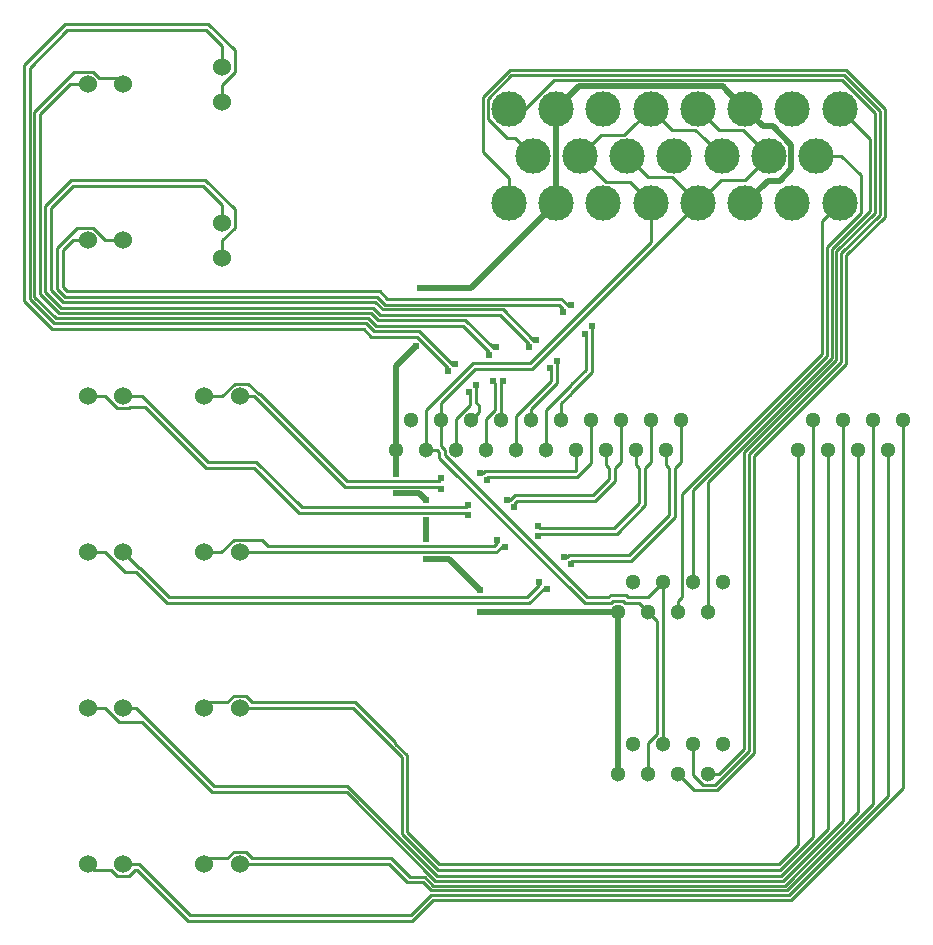
<source format=gbr>
G04 #@! TF.GenerationSoftware,KiCad,Pcbnew,5.1.4-e60b266~84~ubuntu18.04.1*
G04 #@! TF.CreationDate,2019-11-21T00:50:37-05:00*
G04 #@! TF.ProjectId,sensing_module_interface,73656e73-696e-4675-9f6d-6f64756c655f,rev?*
G04 #@! TF.SameCoordinates,Original*
G04 #@! TF.FileFunction,Copper,L1,Top*
G04 #@! TF.FilePolarity,Positive*
%FSLAX46Y46*%
G04 Gerber Fmt 4.6, Leading zero omitted, Abs format (unit mm)*
G04 Created by KiCad (PCBNEW 5.1.4-e60b266~84~ubuntu18.04.1) date 2019-11-21 00:50:37*
%MOMM*%
%LPD*%
G04 APERTURE LIST*
%ADD10C,1.524000*%
%ADD11C,1.300000*%
%ADD12C,3.000000*%
%ADD13C,0.609600*%
%ADD14C,0.508000*%
%ADD15C,0.254000*%
G04 APERTURE END LIST*
D10*
X95758000Y-131572000D03*
X92760800Y-131572000D03*
X104140000Y-67056000D03*
X104140000Y-64058800D03*
D11*
X142748000Y-110236000D03*
X140208000Y-110236000D03*
X137668000Y-110236000D03*
X145288000Y-110236000D03*
X138938000Y-107696000D03*
X141478000Y-107696000D03*
X144018000Y-107696000D03*
X146558000Y-107696000D03*
D12*
X156420000Y-67620000D03*
X132420000Y-67620000D03*
X136420000Y-67620000D03*
X140420000Y-67620000D03*
X144420000Y-67620000D03*
X148420000Y-67620000D03*
X152420000Y-67620000D03*
X134420000Y-71620000D03*
X138420000Y-71620000D03*
X146420000Y-71620000D03*
X142420000Y-71620000D03*
X150420000Y-71620000D03*
X154420000Y-71620000D03*
X156420000Y-75620000D03*
X152420000Y-75620000D03*
X148420000Y-75620000D03*
X140420000Y-75620000D03*
X144420000Y-75620000D03*
X136420000Y-75620000D03*
X132420000Y-75620000D03*
X128420000Y-67620000D03*
X130420000Y-71620000D03*
X128420000Y-75620000D03*
D10*
X92760800Y-65532000D03*
X95758000Y-65532000D03*
X104140000Y-77266800D03*
X104140000Y-80264000D03*
X95758000Y-78740000D03*
X92760800Y-78740000D03*
X102616000Y-91948000D03*
X105613200Y-91948000D03*
X92735400Y-91948000D03*
X95732600Y-91948000D03*
X105613200Y-105156000D03*
X102616000Y-105156000D03*
X95758000Y-105156000D03*
X92760800Y-105156000D03*
X105613200Y-118364000D03*
X102616000Y-118364000D03*
X95758000Y-118364000D03*
X92760800Y-118364000D03*
X105613200Y-131572000D03*
X102616000Y-131572000D03*
D11*
X146558000Y-121412000D03*
X144018000Y-121412000D03*
X141478000Y-121412000D03*
X138938000Y-121412000D03*
X145288000Y-123952000D03*
X137668000Y-123952000D03*
X140208000Y-123952000D03*
X142748000Y-123952000D03*
X123952000Y-96520000D03*
X121412000Y-96520000D03*
X118872000Y-96520000D03*
X126492000Y-96520000D03*
X120142000Y-93980000D03*
X122682000Y-93980000D03*
X125222000Y-93980000D03*
X127762000Y-93980000D03*
X129032000Y-96520000D03*
X130302000Y-93980000D03*
X131572000Y-96520000D03*
X132842000Y-93980000D03*
X134112000Y-96520000D03*
X135382000Y-93980000D03*
X136652000Y-96520000D03*
X137922000Y-93980000D03*
X139192000Y-96520000D03*
X140462000Y-93980000D03*
X141732000Y-96520000D03*
X143002000Y-93980000D03*
X157988000Y-96520000D03*
X155448000Y-96520000D03*
X152908000Y-96520000D03*
X160528000Y-96520000D03*
X154178000Y-93980000D03*
X156718000Y-93980000D03*
X159258000Y-93980000D03*
X161798000Y-93980000D03*
D13*
X120904000Y-82804000D03*
X120566717Y-87713283D03*
X118872000Y-98524868D03*
X118872000Y-100197268D03*
X121412000Y-100780314D03*
X121412000Y-102452714D03*
X121412000Y-104067800D03*
X121412000Y-105740200D03*
X125984000Y-108383800D03*
X125984000Y-110236000D03*
X123868717Y-89224887D03*
X125659113Y-91015283D03*
X123260887Y-89832717D03*
X125051283Y-91623113D03*
X126696085Y-88445915D03*
X127078200Y-90674000D03*
X127303915Y-87838085D03*
X127937800Y-90674000D03*
X130709880Y-87183342D03*
X132507269Y-88980731D03*
X130102050Y-87791172D03*
X131899439Y-89588561D03*
X133026696Y-84866526D03*
X134817092Y-86656922D03*
X133634526Y-84258696D03*
X135424922Y-86049092D03*
X122696040Y-99790868D03*
X126571165Y-99080665D03*
X122696040Y-98931268D03*
X125963335Y-98472835D03*
X124951486Y-101186714D03*
X128249335Y-100758835D03*
X124951486Y-102046314D03*
X128857165Y-101366665D03*
X127441571Y-104106599D03*
X130839250Y-102918950D03*
X128049401Y-104714429D03*
X130839250Y-103778550D03*
X131605401Y-108270429D03*
X133683165Y-106192665D03*
X130997571Y-107662599D03*
X133075335Y-105584835D03*
D14*
X132420000Y-75620000D02*
X125236000Y-82804000D01*
X125236000Y-82804000D02*
X120904000Y-82804000D01*
X118872000Y-89408000D02*
X118872000Y-96520000D01*
X120566717Y-87713283D02*
X118872000Y-89408000D01*
X118872000Y-96520000D02*
X118872000Y-98524868D01*
X118872000Y-100197268D02*
X120828954Y-100197268D01*
X120828954Y-100197268D02*
X121412000Y-100780314D01*
X121412000Y-102452714D02*
X121412000Y-104067800D01*
X121412000Y-105740200D02*
X123340400Y-105740200D01*
X123340400Y-105740200D02*
X125984000Y-108383800D01*
X125984000Y-110236000D02*
X137668000Y-110236000D01*
X137668000Y-110236000D02*
X137668000Y-123952000D01*
X132420000Y-75620000D02*
X132420000Y-67620000D01*
X146513599Y-65713599D02*
X146920001Y-66120001D01*
X146920001Y-66120001D02*
X148420000Y-67620000D01*
X134326401Y-65713599D02*
X146513599Y-65713599D01*
X132420000Y-67620000D02*
X134326401Y-65713599D01*
X150741473Y-69119999D02*
X149919999Y-69119999D01*
X152326401Y-70704927D02*
X150741473Y-69119999D01*
X152326401Y-72717599D02*
X152326401Y-70704927D01*
X149919999Y-69119999D02*
X148420000Y-67620000D01*
X151330401Y-73713599D02*
X152326401Y-72717599D01*
X150326401Y-73713599D02*
X151330401Y-73713599D01*
X148420000Y-75620000D02*
X150326401Y-73713599D01*
D15*
X145288000Y-99193500D02*
X145288000Y-110236000D01*
X155732819Y-88748681D02*
X145288000Y-99193500D01*
X159004000Y-76266750D02*
X155732820Y-79537930D01*
X155732820Y-79537930D02*
X155732819Y-88748681D01*
X156420000Y-67620000D02*
X159004000Y-70204000D01*
X159004000Y-70204000D02*
X159004000Y-76266750D01*
X158199401Y-73278081D02*
X158199401Y-76496599D01*
X154420000Y-71620000D02*
X156541320Y-71620000D01*
X156541320Y-71620000D02*
X158199401Y-73278081D01*
X155326411Y-79369589D02*
X155326410Y-88580340D01*
X158199401Y-76496599D02*
X155326411Y-79369589D01*
X144018000Y-99888750D02*
X144018000Y-107696000D01*
X155326410Y-88580340D02*
X144018000Y-99888750D01*
X154920001Y-77119999D02*
X154920001Y-88411999D01*
X156420000Y-75620000D02*
X154920001Y-77119999D01*
X143088599Y-108976163D02*
X142748000Y-109316762D01*
X143088599Y-100243401D02*
X143088599Y-108976163D01*
X142748000Y-109316762D02*
X142748000Y-110236000D01*
X154920001Y-88411999D02*
X143088599Y-100243401D01*
X146207238Y-123952000D02*
X145288000Y-123952000D01*
X156139228Y-88917022D02*
X148336000Y-96720250D01*
X128420000Y-67620000D02*
X129786486Y-67620000D01*
X148336000Y-121823238D02*
X146207238Y-123952000D01*
X129786486Y-67620000D02*
X132226297Y-65180189D01*
X159410409Y-76435091D02*
X156139229Y-79706271D01*
X148336000Y-96720250D02*
X148336000Y-121823238D01*
X156139229Y-79706271D02*
X156139228Y-88917022D01*
X156613703Y-65180189D02*
X159410410Y-67976896D01*
X132226297Y-65180189D02*
X156613703Y-65180189D01*
X159410410Y-67976896D02*
X159410409Y-76435091D01*
X130420000Y-71620000D02*
X128920001Y-70120001D01*
X128920001Y-70120001D02*
X128286487Y-70120001D01*
X144841887Y-124881401D02*
X144018000Y-124057514D01*
X126640599Y-68474113D02*
X126640599Y-66765887D01*
X144018000Y-122331238D02*
X144018000Y-121412000D01*
X126640599Y-66765887D02*
X128632707Y-64773779D01*
X159816819Y-67808557D02*
X159816818Y-76603432D01*
X128286487Y-70120001D02*
X126640599Y-68474113D01*
X144018000Y-124057514D02*
X144018000Y-122331238D01*
X128632707Y-64773779D02*
X156782044Y-64773780D01*
X156782044Y-64773780D02*
X159816819Y-67808557D01*
X156545637Y-89085363D02*
X148742410Y-96888590D01*
X159816818Y-76603432D02*
X156545638Y-79874612D01*
X148742409Y-121991579D02*
X145852587Y-124881401D01*
X156545638Y-79874612D02*
X156545637Y-89085363D01*
X145852587Y-124881401D02*
X144841887Y-124881401D01*
X148742410Y-96888590D02*
X148742409Y-121991579D01*
X143397999Y-124601999D02*
X142748000Y-123952000D01*
X128420000Y-73498680D02*
X126234189Y-71312869D01*
X126234189Y-71312869D02*
X126234190Y-66597546D01*
X156950385Y-64367371D02*
X160223228Y-67640218D01*
X156972000Y-88900000D02*
X156952047Y-88919953D01*
X160223228Y-67640218D02*
X160223227Y-76771773D01*
X128420000Y-75620000D02*
X128420000Y-73498680D01*
X160223227Y-76771773D02*
X156972000Y-80023000D01*
X156972000Y-80023000D02*
X156972000Y-88900000D01*
X128464368Y-64367370D02*
X156950385Y-64367371D01*
X156952047Y-88919953D02*
X156952046Y-89253704D01*
X144083811Y-125287811D02*
X143397999Y-124601999D01*
X156952046Y-89253704D02*
X149148819Y-97056931D01*
X126234190Y-66597546D02*
X128464368Y-64367370D01*
X149148819Y-97056931D02*
X149148818Y-122159920D01*
X149148818Y-122159920D02*
X146020927Y-125287811D01*
X146020927Y-125287811D02*
X144083811Y-125287811D01*
X125871999Y-93330001D02*
X125222000Y-93980000D01*
X125871999Y-92747931D02*
X125871999Y-93330001D01*
X125659113Y-92535045D02*
X125871999Y-92747931D01*
X125659113Y-91015283D02*
X125659113Y-92535045D01*
X123617269Y-89224887D02*
X123868717Y-89224887D01*
X116974590Y-86430604D02*
X120822986Y-86430604D01*
X120822986Y-86430604D02*
X123617269Y-89224887D01*
X94275592Y-85791210D02*
X94275597Y-85791205D01*
X116335191Y-85791205D02*
X116974590Y-86430604D01*
X89905086Y-85791210D02*
X94275592Y-85791210D01*
X104140000Y-62332382D02*
X102765618Y-60958000D01*
X94275597Y-85791205D02*
X116335191Y-85791205D01*
X87839200Y-83725324D02*
X89905086Y-85791210D01*
X104140000Y-64058800D02*
X104140000Y-62332382D01*
X102765618Y-60958000D02*
X91036382Y-60958000D01*
X91036382Y-60958000D02*
X87839200Y-64155182D01*
X87839200Y-64155182D02*
X87839200Y-83725324D01*
X123952000Y-95600762D02*
X123952000Y-96520000D01*
X123952000Y-93874486D02*
X123952000Y-95600762D01*
X125155113Y-91726943D02*
X125155113Y-92671373D01*
X125155113Y-92671373D02*
X123952000Y-93874486D01*
X125051283Y-91623113D02*
X125155113Y-91726943D01*
X104140000Y-65978370D02*
X104140000Y-67056000D01*
X104140000Y-65600074D02*
X104140000Y-65978370D01*
X105181401Y-64558673D02*
X104140000Y-65600074D01*
X102974382Y-60454000D02*
X105181401Y-62661019D01*
X105181401Y-62661019D02*
X105181401Y-64558673D01*
X90827618Y-60454000D02*
X102974382Y-60454000D01*
X87335200Y-63946418D02*
X90827618Y-60454000D01*
X87335200Y-83934088D02*
X87335200Y-63946418D01*
X89696313Y-86295201D02*
X87335200Y-83934088D01*
X94066819Y-86295201D02*
X89696313Y-86295201D01*
X120614213Y-86934595D02*
X116765831Y-86934595D01*
X123260887Y-89832717D02*
X123260887Y-89581269D01*
X94066823Y-86295205D02*
X94066819Y-86295201D01*
X116765831Y-86934595D02*
X116126441Y-86295205D01*
X123260887Y-89581269D02*
X120614213Y-86934595D01*
X116126441Y-86295205D02*
X94066823Y-86295205D01*
X126492000Y-93874486D02*
X126492000Y-95600762D01*
X127256000Y-93110486D02*
X126492000Y-93874486D01*
X127256000Y-90851800D02*
X127256000Y-93110486D01*
X126492000Y-95600762D02*
X126492000Y-96520000D01*
X127078200Y-90674000D02*
X127256000Y-90851800D01*
X95250000Y-65024000D02*
X95758000Y-65532000D01*
X93726000Y-65024000D02*
X95250000Y-65024000D01*
X91617019Y-64490599D02*
X93192599Y-64490599D01*
X88245600Y-83556986D02*
X88245600Y-67862018D01*
X90073414Y-85384800D02*
X88245600Y-83556986D01*
X93192599Y-64490599D02*
X93726000Y-65024000D01*
X126696085Y-88445915D02*
X126696085Y-88194467D01*
X116503536Y-85384800D02*
X90073414Y-85384800D01*
X126696085Y-88194467D02*
X124525816Y-86024198D01*
X88245600Y-67862018D02*
X91617019Y-64490599D01*
X124525816Y-86024198D02*
X123767816Y-86024198D01*
X123767812Y-86024194D02*
X117142930Y-86024194D01*
X123767816Y-86024198D02*
X123767812Y-86024194D01*
X117142930Y-86024194D02*
X116503536Y-85384800D01*
X127937800Y-90674000D02*
X127760000Y-90851800D01*
X127760000Y-90851800D02*
X127760000Y-92456000D01*
X127762000Y-92458000D02*
X127760000Y-92456000D01*
X127762000Y-93980000D02*
X127762000Y-92458000D01*
X91288382Y-65532000D02*
X92760800Y-65532000D01*
X88749600Y-68070782D02*
X91288382Y-65532000D01*
X88749600Y-83348222D02*
X88749600Y-68070782D01*
X127303915Y-87838085D02*
X127052467Y-87838085D01*
X90282178Y-84880800D02*
X88749600Y-83348222D01*
X117351689Y-85520203D02*
X116712286Y-84880800D01*
X127052467Y-87838085D02*
X124734580Y-85520198D01*
X123976585Y-85520203D02*
X117351689Y-85520203D01*
X124734580Y-85520198D02*
X123976590Y-85520198D01*
X116712286Y-84880800D02*
X90282178Y-84880800D01*
X123976590Y-85520198D02*
X123976585Y-85520203D01*
X132507269Y-90861113D02*
X130734191Y-92634191D01*
X132507269Y-88980731D02*
X132507269Y-90861113D01*
X130728571Y-92634191D02*
X130734191Y-92634191D01*
X130302000Y-93060762D02*
X130728571Y-92634191D01*
X130302000Y-93980000D02*
X130302000Y-93060762D01*
X104140000Y-75794382D02*
X104140000Y-77266800D01*
X102511618Y-74166000D02*
X104140000Y-75794382D01*
X91544382Y-74166000D02*
X102511618Y-74166000D01*
X89660000Y-82971120D02*
X89660000Y-76050382D01*
X90659280Y-83970400D02*
X89660000Y-82971120D01*
X130458432Y-87183342D02*
X127884887Y-84609797D01*
X130709880Y-87183342D02*
X130458432Y-87183342D01*
X127884887Y-84609797D02*
X126114189Y-84609797D01*
X89660000Y-76050382D02*
X91544382Y-74166000D01*
X126114189Y-84609797D02*
X126114184Y-84609802D01*
X126114184Y-84609802D02*
X117728788Y-84609802D01*
X117089386Y-83970400D02*
X90659280Y-83970400D01*
X117728788Y-84609802D02*
X117089386Y-83970400D01*
X129032000Y-93623618D02*
X129032000Y-96520000D01*
X132003269Y-90652349D02*
X129032000Y-93623618D01*
X131899439Y-89588561D02*
X132003269Y-89692391D01*
X132003269Y-89692391D02*
X132003269Y-90652349D01*
X105181401Y-76123019D02*
X105181401Y-77698599D01*
X89156000Y-75841618D02*
X91335618Y-73662000D01*
X89156000Y-83179884D02*
X89156000Y-75841618D01*
X91335618Y-73662000D02*
X102720382Y-73662000D01*
X116880636Y-84474400D02*
X90450516Y-84474400D01*
X102720382Y-73662000D02*
X105181401Y-76123019D01*
X130102050Y-87539724D02*
X127676123Y-85113797D01*
X125905415Y-85113797D02*
X125905411Y-85113793D01*
X104140000Y-78740000D02*
X104140000Y-80264000D01*
X105181401Y-77698599D02*
X104140000Y-78740000D01*
X130102050Y-87791172D02*
X130102050Y-87539724D01*
X125905411Y-85113793D02*
X117520029Y-85113793D01*
X90450516Y-84474400D02*
X89156000Y-83179884D01*
X127676123Y-85113797D02*
X125905415Y-85113797D01*
X117520029Y-85113793D02*
X116880636Y-84474400D01*
X131572000Y-93115618D02*
X131572000Y-96520000D01*
X133707627Y-90979991D02*
X131572000Y-93115618D01*
X134817092Y-86656922D02*
X134920922Y-86760752D01*
X133707627Y-90961738D02*
X133707627Y-90979991D01*
X134920922Y-89748443D02*
X133707627Y-90961738D01*
X134920922Y-86760752D02*
X134920922Y-89748443D01*
X94234000Y-78740000D02*
X95758000Y-78740000D01*
X93192599Y-77698599D02*
X94234000Y-78740000D01*
X90172000Y-79397618D02*
X91871019Y-77698599D01*
X133026696Y-84615078D02*
X132615010Y-84203392D01*
X91871019Y-77698599D02*
X93192599Y-77698599D01*
X90172000Y-82908382D02*
X90172000Y-79397618D01*
X133026696Y-84866526D02*
X133026696Y-84615078D01*
X117897128Y-84203392D02*
X117257736Y-83564000D01*
X117257736Y-83564000D02*
X90827618Y-83564000D01*
X132615010Y-84203392D02*
X117897128Y-84203392D01*
X90827618Y-83564000D02*
X90172000Y-82908382D01*
X133646922Y-91753460D02*
X133646922Y-91735207D01*
X135424922Y-89957207D02*
X135424922Y-86049092D01*
X133646922Y-91735207D02*
X135424922Y-89957207D01*
X132842000Y-93980000D02*
X132842000Y-92558382D01*
X132842000Y-92558382D02*
X133646922Y-91753460D01*
X91542382Y-78740000D02*
X92760800Y-78740000D01*
X90676000Y-82699618D02*
X90676000Y-79606382D01*
X133383078Y-84258696D02*
X132823783Y-83699401D01*
X133634526Y-84258696D02*
X133383078Y-84258696D01*
X132823783Y-83699401D02*
X118105887Y-83699401D01*
X118105887Y-83699401D02*
X117466486Y-83060000D01*
X117466486Y-83060000D02*
X91036382Y-83060000D01*
X90676000Y-79606382D02*
X91542382Y-78740000D01*
X91036382Y-83060000D02*
X90676000Y-82699618D01*
X134182750Y-98804000D02*
X135382000Y-97604750D01*
X126596382Y-98804000D02*
X134182750Y-98804000D01*
X126571165Y-98829217D02*
X126596382Y-98804000D01*
X135382000Y-94899238D02*
X135382000Y-93980000D01*
X135382000Y-97604750D02*
X135382000Y-94899238D01*
X126571165Y-99080665D02*
X126571165Y-98829217D01*
X106831618Y-91948000D02*
X105613200Y-91948000D01*
X114496686Y-99613068D02*
X106831618Y-91948000D01*
X122696040Y-99790868D02*
X122518240Y-99613068D01*
X122518240Y-99613068D02*
X114496686Y-99613068D01*
X125963335Y-98472835D02*
X126214783Y-98472835D01*
X126214783Y-98472835D02*
X126387618Y-98300000D01*
X126387618Y-98300000D02*
X134112000Y-98300000D01*
X134112000Y-98300000D02*
X134112000Y-96520000D01*
X122518240Y-99109068D02*
X114705450Y-99109068D01*
X114705450Y-99109068D02*
X107366191Y-91769809D01*
X122696040Y-98931268D02*
X122518240Y-99109068D01*
X105181401Y-90906599D02*
X104140000Y-91948000D01*
X106364967Y-90906599D02*
X105181401Y-90906599D01*
X107228177Y-91769809D02*
X106364967Y-90906599D01*
X103693630Y-91948000D02*
X102616000Y-91948000D01*
X104140000Y-91948000D02*
X103693630Y-91948000D01*
X107366191Y-91769809D02*
X107228177Y-91769809D01*
X128249335Y-100758835D02*
X128500783Y-100758835D01*
X128500783Y-100758835D02*
X128927618Y-100332000D01*
X128927618Y-100332000D02*
X135531618Y-100332000D01*
X135531618Y-100332000D02*
X136908000Y-98955618D01*
X136908000Y-98955618D02*
X136908000Y-98044000D01*
X136652000Y-97788000D02*
X136652000Y-96520000D01*
X136908000Y-98044000D02*
X136652000Y-97788000D01*
X110864896Y-101364514D02*
X124773686Y-101364514D01*
X107038382Y-97538000D02*
X110864896Y-101364514D01*
X102974382Y-97538000D02*
X107038382Y-97538000D01*
X124773686Y-101364514D02*
X124951486Y-101186714D01*
X95732600Y-91948000D02*
X97384382Y-91948000D01*
X97384382Y-91948000D02*
X102974382Y-97538000D01*
X128857165Y-101115217D02*
X129136382Y-100836000D01*
X128857165Y-101366665D02*
X128857165Y-101115217D01*
X129136382Y-100836000D02*
X135740382Y-100836000D01*
X135740382Y-100836000D02*
X137412000Y-99164382D01*
X137412000Y-99164382D02*
X137412000Y-98044000D01*
X137922000Y-97534000D02*
X137922000Y-93980000D01*
X137412000Y-98044000D02*
X137922000Y-97534000D01*
X124773686Y-101868514D02*
X110656132Y-101868514D01*
X124951486Y-102046314D02*
X124773686Y-101868514D01*
X110656132Y-101868514D02*
X106829618Y-98042000D01*
X106829618Y-98042000D02*
X102765618Y-98042000D01*
X102765618Y-98042000D02*
X97611809Y-92888191D01*
X96333683Y-92888191D02*
X96232473Y-92989401D01*
X97611809Y-92888191D02*
X96333683Y-92888191D01*
X96232473Y-92989401D02*
X95232727Y-92989401D01*
X94191326Y-91948000D02*
X92735400Y-91948000D01*
X95232727Y-92989401D02*
X94191326Y-91948000D01*
X127147618Y-104652000D02*
X127441571Y-104358047D01*
X127441571Y-104358047D02*
X127441571Y-104106599D01*
X130839250Y-102918950D02*
X131017050Y-103096750D01*
X131017050Y-103096750D02*
X137338868Y-103096750D01*
X137338868Y-103096750D02*
X139448000Y-100987618D01*
X139448000Y-100987618D02*
X139448000Y-98044000D01*
X139192000Y-97788000D02*
X139192000Y-96520000D01*
X139448000Y-98044000D02*
X139192000Y-97788000D01*
X127147618Y-104652000D02*
X108056382Y-104652000D01*
X107518981Y-104114599D02*
X108056382Y-104652000D01*
X105113327Y-104114599D02*
X107518981Y-104114599D01*
X104071926Y-105156000D02*
X105113327Y-104114599D01*
X102616000Y-105156000D02*
X104071926Y-105156000D01*
X127842779Y-104714429D02*
X128049401Y-104714429D01*
X127356382Y-105156000D02*
X127724001Y-104788381D01*
X127724001Y-104788381D02*
X127768827Y-104788381D01*
X127768827Y-104788381D02*
X127842779Y-104714429D01*
X131017050Y-103600750D02*
X137547632Y-103600750D01*
X130839250Y-103778550D02*
X131017050Y-103600750D01*
X137547632Y-103600750D02*
X139952000Y-101196382D01*
X139952000Y-101196382D02*
X139952000Y-98044000D01*
X140462000Y-97534000D02*
X140462000Y-93980000D01*
X139952000Y-98044000D02*
X140462000Y-97534000D01*
X127356382Y-105156000D02*
X107847618Y-105156000D01*
X107847618Y-105156000D02*
X105613200Y-105156000D01*
X133683165Y-106192665D02*
X133683165Y-105941217D01*
X133683165Y-105941217D02*
X133708382Y-105916000D01*
X133708382Y-105916000D02*
X138788382Y-105916000D01*
X138788382Y-105916000D02*
X142492000Y-102212382D01*
X142492000Y-102212382D02*
X142492000Y-98044000D01*
X143002000Y-97534000D02*
X143002000Y-93980000D01*
X142492000Y-98044000D02*
X143002000Y-97534000D01*
X94216726Y-105156000D02*
X92760800Y-105156000D01*
X131605401Y-108270429D02*
X131353953Y-108270429D01*
X130152382Y-109472000D02*
X99463618Y-109472000D01*
X95918917Y-106858191D02*
X94216726Y-105156000D01*
X99463618Y-109472000D02*
X96849809Y-106858191D01*
X131353953Y-108270429D02*
X130152382Y-109472000D01*
X96849809Y-106858191D02*
X95918917Y-106858191D01*
X129943618Y-108968000D02*
X130997571Y-107914047D01*
X130997571Y-107914047D02*
X130997571Y-107662599D01*
X133075335Y-105584835D02*
X133326783Y-105584835D01*
X133326783Y-105584835D02*
X133499618Y-105412000D01*
X133499618Y-105412000D02*
X138579618Y-105412000D01*
X138579618Y-105412000D02*
X141988000Y-102003618D01*
X141988000Y-102003618D02*
X141988000Y-98044000D01*
X141732000Y-97788000D02*
X141732000Y-96520000D01*
X141988000Y-98044000D02*
X141732000Y-97788000D01*
X129943618Y-108968000D02*
X99672382Y-108968000D01*
X99672382Y-108968000D02*
X97206191Y-106501809D01*
X97103809Y-106501809D02*
X95758000Y-105156000D01*
X97206191Y-106501809D02*
X97103809Y-106501809D01*
X152908000Y-129981250D02*
X152908000Y-103124000D01*
X151317250Y-131572000D02*
X152908000Y-129981250D01*
X122494750Y-131572000D02*
X151317250Y-131572000D01*
X152908000Y-103124000D02*
X152908000Y-96520000D01*
X119786410Y-128863660D02*
X122494750Y-131572000D01*
X103120000Y-117860000D02*
X104575926Y-117860000D01*
X102616000Y-118364000D02*
X103120000Y-117860000D01*
X104575926Y-117860000D02*
X105113327Y-117322599D01*
X105113327Y-117322599D02*
X106113073Y-117322599D01*
X106113073Y-117322599D02*
X106650474Y-117860000D01*
X106650474Y-117860000D02*
X115422382Y-117860000D01*
X115422382Y-117860000D02*
X118796191Y-121233809D01*
X119786410Y-122362042D02*
X119786410Y-123799590D01*
X118796191Y-121371823D02*
X119786410Y-122362042D01*
X118796191Y-121233809D02*
X118796191Y-121371823D01*
X119786410Y-122767660D02*
X119786410Y-123799590D01*
X119786410Y-123799590D02*
X119786410Y-128863660D01*
X115213618Y-118364000D02*
X105613200Y-118364000D01*
X154178000Y-93980000D02*
X154178000Y-129286000D01*
X119380000Y-122530382D02*
X115213618Y-118364000D01*
X154178000Y-129286000D02*
X151384000Y-132080000D01*
X151384000Y-132080000D02*
X122428000Y-132080000D01*
X122428000Y-132080000D02*
X119380000Y-129032000D01*
X119380000Y-129032000D02*
X119380000Y-122530382D01*
X94216726Y-118364000D02*
X92760800Y-118364000D01*
X97357809Y-119558191D02*
X95410917Y-119558191D01*
X156718000Y-127895500D02*
X151619091Y-132994409D01*
X151619091Y-132994409D02*
X122192910Y-132994410D01*
X156718000Y-93980000D02*
X156718000Y-127895500D01*
X122192910Y-132994410D02*
X114674500Y-125476000D01*
X114674500Y-125476000D02*
X103275618Y-125476000D01*
X95410917Y-119558191D02*
X94216726Y-118364000D01*
X103275618Y-125476000D02*
X97357809Y-119558191D01*
X155448000Y-96520000D02*
X155448000Y-128590750D01*
X114741250Y-124968000D02*
X103480382Y-124968000D01*
X155448000Y-128590750D02*
X151450750Y-132588000D01*
X151450750Y-132588000D02*
X122361250Y-132588000D01*
X122361250Y-132588000D02*
X114741250Y-124968000D01*
X103480382Y-124968000D02*
X97714191Y-119201809D01*
X97673439Y-119201809D02*
X97714191Y-119201809D01*
X96835630Y-118364000D02*
X97673439Y-119201809D01*
X95758000Y-118364000D02*
X96835630Y-118364000D01*
X157988000Y-97439238D02*
X157988000Y-96520000D01*
X151787432Y-133400818D02*
X157988000Y-127200250D01*
X122024571Y-133400819D02*
X151787432Y-133400818D01*
X121287559Y-132663809D02*
X122024571Y-133400819D01*
X120066191Y-132663809D02*
X121287559Y-132663809D01*
X118470382Y-131068000D02*
X120066191Y-132663809D01*
X102616000Y-131572000D02*
X103120000Y-131068000D01*
X103120000Y-131068000D02*
X104575926Y-131068000D01*
X104575926Y-131068000D02*
X105113327Y-130530599D01*
X157988000Y-127200250D02*
X157988000Y-97439238D01*
X105113327Y-130530599D02*
X106113073Y-130530599D01*
X106113073Y-130530599D02*
X106650474Y-131068000D01*
X106650474Y-131068000D02*
X118470382Y-131068000D01*
X159258000Y-94899238D02*
X159258000Y-93980000D01*
X159258000Y-126505000D02*
X159258000Y-94899238D01*
X118261618Y-131572000D02*
X119792118Y-133102500D01*
X105613200Y-131572000D02*
X118261618Y-131572000D01*
X121151504Y-133102500D02*
X121856232Y-133807228D01*
X121856232Y-133807228D02*
X151955773Y-133807227D01*
X119792118Y-133102500D02*
X121151504Y-133102500D01*
X151955773Y-133807227D02*
X159258000Y-126505000D01*
X152292455Y-134620045D02*
X161798000Y-125114500D01*
X121986704Y-134620046D02*
X152292455Y-134620045D01*
X161798000Y-94899238D02*
X161798000Y-93980000D01*
X161798000Y-125114500D02*
X161798000Y-94899238D01*
X120208750Y-136398000D02*
X121064375Y-135542375D01*
X119886000Y-136396000D02*
X119888000Y-136398000D01*
X101241618Y-136396000D02*
X119886000Y-136396000D01*
X119888000Y-136398000D02*
X120208750Y-136398000D01*
X96921618Y-132076000D02*
X101241618Y-136396000D01*
X96257873Y-132613401D02*
X96795274Y-132076000D01*
X121064375Y-135542375D02*
X121986704Y-134620046D01*
X92760800Y-131572000D02*
X93264800Y-132076000D01*
X120843740Y-135763010D02*
X121064375Y-135542375D01*
X93264800Y-132076000D02*
X94720726Y-132076000D01*
X96795274Y-132076000D02*
X96921618Y-132076000D01*
X95258127Y-132613401D02*
X96257873Y-132613401D01*
X94720726Y-132076000D02*
X95258127Y-132613401D01*
X160528000Y-125809750D02*
X160528000Y-97439238D01*
X97130382Y-131572000D02*
X101450382Y-135892000D01*
X160528000Y-97439238D02*
X160528000Y-96520000D01*
X120140000Y-135892000D02*
X121818364Y-134213636D01*
X95758000Y-131572000D02*
X97130382Y-131572000D01*
X101450382Y-135892000D02*
X120140000Y-135892000D01*
X121818364Y-134213636D02*
X152124114Y-134213636D01*
X152124114Y-134213636D02*
X160528000Y-125809750D01*
X135919999Y-73119999D02*
X134420000Y-71620000D01*
X136640599Y-73840599D02*
X135919999Y-73119999D01*
X138640599Y-73840599D02*
X136640599Y-73840599D01*
X140420000Y-75620000D02*
X138640599Y-73840599D01*
X138920001Y-69119999D02*
X140420000Y-67620000D01*
X138199401Y-69840599D02*
X138920001Y-69119999D01*
X136199401Y-69840599D02*
X138199401Y-69840599D01*
X134420000Y-71620000D02*
X136199401Y-69840599D01*
X144199401Y-69399401D02*
X144920001Y-70120001D01*
X144920001Y-70120001D02*
X146420000Y-71620000D01*
X142199401Y-69399401D02*
X144199401Y-69399401D01*
X140420000Y-67620000D02*
X142199401Y-69399401D01*
X125371618Y-89156000D02*
X121412000Y-93115618D01*
X130171236Y-89156000D02*
X125371618Y-89156000D01*
X140420000Y-75620000D02*
X140420000Y-78907236D01*
X121412000Y-93115618D02*
X121412000Y-96520000D01*
X140420000Y-78907236D02*
X130171236Y-89156000D01*
X139444000Y-109472000D02*
X140208000Y-110236000D01*
X138114113Y-109306599D02*
X138279514Y-109472000D01*
X137221887Y-109306599D02*
X138114113Y-109306599D01*
X122325618Y-96520000D02*
X122518608Y-96712990D01*
X121412000Y-96520000D02*
X122325618Y-96520000D01*
X122518608Y-97174872D02*
X134815736Y-109472000D01*
X134815736Y-109472000D02*
X137056486Y-109472000D01*
X138279514Y-109472000D02*
X139444000Y-109472000D01*
X122518608Y-96712990D02*
X122518608Y-97174872D01*
X137056486Y-109472000D02*
X137221887Y-109306599D01*
X140208000Y-123032762D02*
X140208000Y-123952000D01*
X140208000Y-121306486D02*
X140208000Y-123032762D01*
X140974000Y-120540486D02*
X140208000Y-121306486D01*
X140974000Y-111002000D02*
X140974000Y-120540486D01*
X140208000Y-110236000D02*
X140974000Y-111002000D01*
X148920001Y-70120001D02*
X150420000Y-71620000D01*
X148199401Y-69399401D02*
X148920001Y-70120001D01*
X146199401Y-69399401D02*
X148199401Y-69399401D01*
X144420000Y-67620000D02*
X146199401Y-69399401D01*
X145919999Y-74120001D02*
X144420000Y-75620000D01*
X146380000Y-73660000D02*
X145919999Y-74120001D01*
X148380000Y-73660000D02*
X146380000Y-73660000D01*
X150420000Y-71620000D02*
X148380000Y-73660000D01*
X142920001Y-74120001D02*
X144420000Y-75620000D01*
X142199401Y-73399401D02*
X142920001Y-74120001D01*
X140199401Y-73399401D02*
X142199401Y-73399401D01*
X138420000Y-71620000D02*
X140199401Y-73399401D01*
X122682000Y-92558382D02*
X122682000Y-93980000D01*
X144420000Y-75620000D02*
X130380000Y-89660000D01*
X125580382Y-89660000D02*
X122682000Y-92558382D01*
X130380000Y-89660000D02*
X125580382Y-89660000D01*
X138488264Y-108968000D02*
X140206000Y-108968000D01*
X137013128Y-108802608D02*
X138322872Y-108802608D01*
X140206000Y-108968000D02*
X141478000Y-107696000D01*
X138322872Y-108802608D02*
X138488264Y-108968000D01*
X122682000Y-93980000D02*
X122682000Y-96163618D01*
X123022599Y-96504217D02*
X123022599Y-96966113D01*
X136847736Y-108968000D02*
X137013128Y-108802608D01*
X122682000Y-96163618D02*
X123022599Y-96504217D01*
X123022599Y-96966113D02*
X135024486Y-108968000D01*
X135024486Y-108968000D02*
X136847736Y-108968000D01*
X141478000Y-118974382D02*
X141478000Y-121412000D01*
X141478000Y-107696000D02*
X141478000Y-118974382D01*
M02*

</source>
